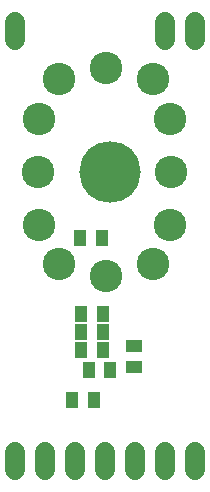
<source format=gbs>
G75*
%MOIN*%
%OFA0B0*%
%FSLAX25Y25*%
%IPPOS*%
%LPD*%
%AMOC8*
5,1,8,0,0,1.08239X$1,22.5*
%
%ADD10C,0.06800*%
%ADD11C,0.10800*%
%ADD12C,0.20485*%
%ADD13R,0.03950X0.05524*%
%ADD14R,0.05524X0.03950*%
D10*
X0011170Y0006100D02*
X0011170Y0012100D01*
X0021170Y0012100D02*
X0021170Y0006100D01*
X0031170Y0006100D02*
X0031170Y0012100D01*
X0041170Y0012100D02*
X0041170Y0006100D01*
X0051170Y0006100D02*
X0051170Y0012100D01*
X0061170Y0012100D02*
X0061170Y0006100D01*
X0071170Y0006100D02*
X0071170Y0012100D01*
X0071170Y0149407D02*
X0071170Y0155407D01*
X0061170Y0155407D02*
X0061170Y0149407D01*
X0011170Y0149407D02*
X0011170Y0155407D01*
D11*
X0025747Y0136334D03*
X0019123Y0123273D03*
X0018623Y0105557D03*
X0019123Y0087840D03*
X0025747Y0074779D03*
X0041495Y0070842D03*
X0057243Y0074779D03*
X0062617Y0087840D03*
X0063117Y0105557D03*
X0062617Y0123273D03*
X0057243Y0136334D03*
X0041495Y0140271D03*
D12*
X0042745Y0105557D03*
D13*
X0039943Y0083413D03*
X0032857Y0083413D03*
X0033257Y0058013D03*
X0033257Y0052013D03*
X0033257Y0046013D03*
X0035757Y0039513D03*
X0040343Y0046013D03*
X0040343Y0052013D03*
X0040343Y0058013D03*
X0042843Y0039513D03*
X0037343Y0029513D03*
X0030257Y0029513D03*
D14*
X0050800Y0040470D03*
X0050800Y0047557D03*
M02*

</source>
